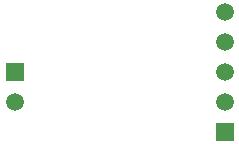
<source format=gbl>
G04*
G04 #@! TF.GenerationSoftware,Altium Limited,Altium Designer,20.1.11 (218)*
G04*
G04 Layer_Physical_Order=2*
G04 Layer_Color=16711680*
%FSLAX25Y25*%
%MOIN*%
G70*
G04*
G04 #@! TF.SameCoordinates,B42474AF-8F1F-4631-B4F4-3FD5516C7951*
G04*
G04*
G04 #@! TF.FilePolarity,Positive*
G04*
G01*
G75*
%ADD23R,0.05906X0.05906*%
%ADD24C,0.05906*%
D23*
X127500Y127500D02*
D03*
X197500Y107500D02*
D03*
D24*
X127500Y117500D02*
D03*
X197500Y147500D02*
D03*
Y137500D02*
D03*
Y127500D02*
D03*
Y117500D02*
D03*
M02*

</source>
